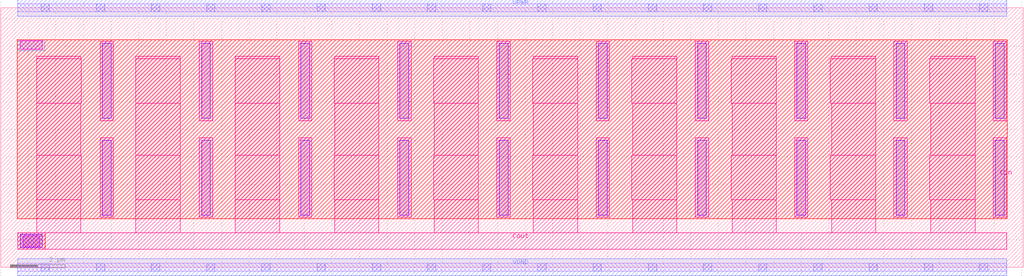
<source format=lef>
VERSION 5.7 ;
  NOWIREEXTENSIONATPIN ON ;
  DIVIDERCHAR "/" ;
  BUSBITCHARS "[]" ;
MACRO sky130_asc_cap_mim_m3_1
  CLASS CORE ;
  FOREIGN sky130_asc_cap_mim_m3_1 ;
  ORIGIN 0.000 0.000 ;
  SIZE 37.055 BY 9.400 ;
  SITE unitasc ;
  PIN Cin
    DIRECTION INOUT ;
    PORT
      LAYER met4 ;
        RECT 3.600 5.310 4.080 8.190 ;
        RECT 7.195 5.310 7.675 8.190 ;
        RECT 10.790 5.310 11.270 8.190 ;
        RECT 14.385 5.310 14.865 8.190 ;
        RECT 17.980 5.310 18.460 8.190 ;
        RECT 21.575 5.310 22.055 8.190 ;
        RECT 25.170 5.310 25.650 8.190 ;
        RECT 28.765 5.310 29.245 8.190 ;
        RECT 32.360 5.310 32.840 8.190 ;
        RECT 35.955 5.310 36.435 8.190 ;
        RECT 3.600 1.810 4.080 4.690 ;
        RECT 7.195 1.810 7.675 4.690 ;
        RECT 10.790 1.810 11.270 4.690 ;
        RECT 14.385 1.810 14.865 4.690 ;
        RECT 17.980 1.810 18.460 4.690 ;
        RECT 21.575 1.810 22.055 4.690 ;
        RECT 25.170 1.810 25.650 4.690 ;
        RECT 28.765 1.810 29.245 4.690 ;
        RECT 32.360 1.810 32.840 4.690 ;
        RECT 35.955 1.810 36.435 4.690 ;
    END
  END Cin
  PIN Cout
    DIRECTION INOUT ;
    PORT
      LAYER met4 ;
        RECT 1.300 7.555 2.900 7.650 ;
        RECT 4.900 7.555 6.500 7.650 ;
        RECT 8.500 7.555 10.100 7.650 ;
        RECT 12.100 7.555 13.700 7.650 ;
        RECT 15.700 7.555 17.300 7.650 ;
        RECT 19.300 7.555 20.900 7.650 ;
        RECT 22.900 7.555 24.500 7.650 ;
        RECT 26.500 7.555 28.100 7.650 ;
        RECT 30.100 7.555 31.700 7.650 ;
        RECT 33.700 7.555 35.300 7.650 ;
        RECT 1.300 5.945 2.910 7.555 ;
        RECT 4.895 5.945 6.505 7.555 ;
        RECT 8.490 5.945 10.100 7.555 ;
        RECT 12.085 5.945 13.700 7.555 ;
        RECT 15.680 5.945 17.300 7.555 ;
        RECT 19.275 5.945 20.900 7.555 ;
        RECT 22.870 5.945 24.500 7.555 ;
        RECT 26.465 5.945 28.100 7.555 ;
        RECT 30.060 5.945 31.700 7.555 ;
        RECT 33.655 5.945 35.300 7.555 ;
        RECT 1.300 4.055 2.900 5.945 ;
        RECT 4.900 4.055 6.500 5.945 ;
        RECT 8.500 4.055 10.100 5.945 ;
        RECT 12.100 4.055 13.700 5.945 ;
        RECT 15.700 4.055 17.300 5.945 ;
        RECT 19.300 4.055 20.900 5.945 ;
        RECT 22.900 4.055 24.500 5.945 ;
        RECT 26.500 4.055 28.100 5.945 ;
        RECT 30.100 4.055 31.700 5.945 ;
        RECT 33.700 4.055 35.300 5.945 ;
        RECT 1.300 2.445 2.910 4.055 ;
        RECT 4.895 2.445 6.505 4.055 ;
        RECT 8.490 2.445 10.100 4.055 ;
        RECT 12.085 2.445 13.700 4.055 ;
        RECT 15.680 2.445 17.300 4.055 ;
        RECT 19.275 2.445 20.900 4.055 ;
        RECT 22.870 2.445 24.500 4.055 ;
        RECT 26.465 2.445 28.100 4.055 ;
        RECT 30.060 2.445 31.700 4.055 ;
        RECT 33.655 2.445 35.300 4.055 ;
        RECT 1.300 1.250 2.900 2.445 ;
        RECT 4.900 1.250 6.500 2.445 ;
        RECT 8.500 1.250 10.100 2.445 ;
        RECT 12.100 1.250 13.700 2.445 ;
        RECT 15.700 1.250 17.300 2.445 ;
        RECT 19.300 1.250 20.900 2.445 ;
        RECT 22.900 1.250 24.500 2.445 ;
        RECT 26.500 1.250 28.100 2.445 ;
        RECT 30.100 1.250 31.700 2.445 ;
        RECT 33.700 1.250 35.300 2.445 ;
        RECT 0.610 0.650 36.450 1.250 ;
    END
  END Cout
  PIN VPWR
    DIRECTION INOUT ;
    USE POWER ;
    PORT
      LAYER met1 ;
        RECT 0.610 9.100 36.450 9.700 ;
    END
  END VPWR
  PIN VGND
    DIRECTION INOUT ;
    USE GROUND ;
    PORT
      LAYER met1 ;
        RECT 0.610 -0.300 36.450 0.300 ;
    END
  END VGND
  OBS
      LAYER li1 ;
        RECT 0.610 9.250 36.450 9.550 ;
        RECT 0.610 -0.150 36.450 0.150 ;
      LAYER mcon ;
        RECT 1.460 9.250 1.760 9.550 ;
        RECT 3.460 9.250 3.760 9.550 ;
        RECT 5.460 9.250 5.760 9.550 ;
        RECT 7.460 9.250 7.760 9.550 ;
        RECT 9.460 9.250 9.760 9.550 ;
        RECT 11.460 9.250 11.760 9.550 ;
        RECT 13.460 9.250 13.760 9.550 ;
        RECT 15.460 9.250 15.760 9.550 ;
        RECT 17.460 9.250 17.760 9.550 ;
        RECT 19.460 9.250 19.760 9.550 ;
        RECT 21.460 9.250 21.760 9.550 ;
        RECT 23.460 9.250 23.760 9.550 ;
        RECT 25.460 9.250 25.760 9.550 ;
        RECT 27.460 9.250 27.760 9.550 ;
        RECT 29.460 9.250 29.760 9.550 ;
        RECT 31.460 9.250 31.760 9.550 ;
        RECT 33.460 9.250 33.760 9.550 ;
        RECT 35.460 9.250 35.760 9.550 ;
        RECT 1.460 -0.150 1.760 0.150 ;
        RECT 3.460 -0.150 3.760 0.150 ;
        RECT 5.460 -0.150 5.760 0.150 ;
        RECT 7.460 -0.150 7.760 0.150 ;
        RECT 9.460 -0.150 9.760 0.150 ;
        RECT 11.460 -0.150 11.760 0.150 ;
        RECT 13.460 -0.150 13.760 0.150 ;
        RECT 15.460 -0.150 15.760 0.150 ;
        RECT 17.460 -0.150 17.760 0.150 ;
        RECT 19.460 -0.150 19.760 0.150 ;
        RECT 21.460 -0.150 21.760 0.150 ;
        RECT 23.460 -0.150 23.760 0.150 ;
        RECT 25.460 -0.150 25.760 0.150 ;
        RECT 27.460 -0.150 27.760 0.150 ;
        RECT 29.460 -0.150 29.760 0.150 ;
        RECT 31.460 -0.150 31.760 0.150 ;
        RECT 33.460 -0.150 33.760 0.150 ;
        RECT 35.460 -0.150 35.760 0.150 ;
      LAYER met2 ;
        RECT 0.600 7.850 1.600 8.250 ;
        RECT 0.710 0.700 1.510 1.200 ;
      LAYER via2 ;
        RECT 0.700 7.900 1.500 8.200 ;
        RECT 0.810 0.750 1.410 1.150 ;
      LAYER met3 ;
        RECT 0.600 1.750 36.460 8.250 ;
        RECT 0.610 0.650 1.610 1.250 ;
      LAYER via3 ;
        RECT 3.680 5.390 4.000 8.110 ;
        RECT 7.275 5.390 7.595 8.110 ;
        RECT 10.870 5.390 11.190 8.110 ;
        RECT 14.465 5.390 14.785 8.110 ;
        RECT 18.060 5.390 18.380 8.110 ;
        RECT 21.655 5.390 21.975 8.110 ;
        RECT 25.250 5.390 25.570 8.110 ;
        RECT 28.845 5.390 29.165 8.110 ;
        RECT 32.440 5.390 32.760 8.110 ;
        RECT 36.035 5.390 36.355 8.110 ;
        RECT 3.680 1.890 4.000 4.610 ;
        RECT 7.275 1.890 7.595 4.610 ;
        RECT 10.870 1.890 11.190 4.610 ;
        RECT 14.465 1.890 14.785 4.610 ;
        RECT 18.060 1.890 18.380 4.610 ;
        RECT 21.655 1.890 21.975 4.610 ;
        RECT 25.250 1.890 25.570 4.610 ;
        RECT 28.845 1.890 29.165 4.610 ;
        RECT 32.440 1.890 32.760 4.610 ;
        RECT 36.035 1.890 36.355 4.610 ;
        RECT 0.710 0.700 1.510 1.200 ;
  END
END sky130_asc_cap_mim_m3_1
END LIBRARY


</source>
